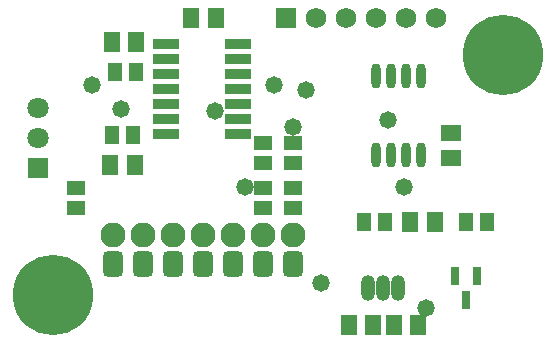
<source format=gts>
G04 Layer_Color=20142*
%FSLAX25Y25*%
%MOIN*%
G70*
G01*
G75*
G04:AMPARAMS|DCode=38|XSize=68mil|YSize=88mil|CornerRadius=19mil|HoleSize=0mil|Usage=FLASHONLY|Rotation=0.000|XOffset=0mil|YOffset=0mil|HoleType=Round|Shape=RoundedRectangle|*
%AMROUNDEDRECTD38*
21,1,0.06800,0.05000,0,0,0.0*
21,1,0.03000,0.08800,0,0,0.0*
1,1,0.03800,0.01500,-0.02500*
1,1,0.03800,-0.01500,-0.02500*
1,1,0.03800,-0.01500,0.02500*
1,1,0.03800,0.01500,0.02500*
%
%ADD38ROUNDEDRECTD38*%
%ADD39R,0.03162X0.05918*%
%ADD40R,0.05721X0.06902*%
%ADD41R,0.05131X0.05918*%
%ADD42R,0.05918X0.05131*%
%ADD43R,0.08800X0.03400*%
%ADD44O,0.03162X0.08280*%
%ADD45R,0.06902X0.05721*%
%ADD46C,0.08300*%
%ADD47O,0.04737X0.08674*%
%ADD48O,0.04737X0.08674*%
%ADD49R,0.07099X0.07099*%
%ADD50C,0.07099*%
%ADD51C,0.26784*%
%ADD52C,0.06800*%
%ADD53R,0.06800X0.06800*%
%ADD54C,0.05800*%
D38*
X100000Y30500D02*
D03*
X90000D02*
D03*
X80000D02*
D03*
X70000D02*
D03*
X40000D02*
D03*
X50000D02*
D03*
X60000D02*
D03*
D39*
X161240Y26634D02*
D03*
X153760D02*
D03*
X157500Y18366D02*
D03*
D40*
X147035Y44500D02*
D03*
X138965D02*
D03*
X118465Y10000D02*
D03*
X126535D02*
D03*
X74035Y112500D02*
D03*
X65965D02*
D03*
X141535Y10000D02*
D03*
X133465D02*
D03*
X38965Y63500D02*
D03*
X47035D02*
D03*
X39465Y104500D02*
D03*
X47535D02*
D03*
D41*
X123555Y44500D02*
D03*
X130445D02*
D03*
X157555D02*
D03*
X164445D02*
D03*
X39555Y73500D02*
D03*
X46445D02*
D03*
X40555Y94500D02*
D03*
X47445D02*
D03*
D42*
X100000Y70945D02*
D03*
Y64055D02*
D03*
Y55945D02*
D03*
Y49055D02*
D03*
X90000Y64055D02*
D03*
Y70945D02*
D03*
Y49055D02*
D03*
Y55945D02*
D03*
X27500Y49055D02*
D03*
Y55945D02*
D03*
D43*
X57400Y103800D02*
D03*
X81600D02*
D03*
X57400Y98800D02*
D03*
Y93800D02*
D03*
X81600Y98800D02*
D03*
Y93800D02*
D03*
X57400Y88800D02*
D03*
X81600D02*
D03*
X57400Y83800D02*
D03*
Y78800D02*
D03*
X81600Y83800D02*
D03*
Y78800D02*
D03*
X57400Y73800D02*
D03*
X81600D02*
D03*
D44*
X142500Y93189D02*
D03*
X137500D02*
D03*
X132500D02*
D03*
X127500D02*
D03*
X142500Y66811D02*
D03*
X137500D02*
D03*
X132500D02*
D03*
X127500D02*
D03*
D45*
X152500Y74035D02*
D03*
Y65965D02*
D03*
D46*
X100000Y40000D02*
D03*
X90000D02*
D03*
X80000D02*
D03*
X70000D02*
D03*
X40000D02*
D03*
X50000D02*
D03*
X60000D02*
D03*
D47*
X125000Y22500D02*
D03*
X135000D02*
D03*
D48*
X130000D02*
D03*
D49*
X15000Y62500D02*
D03*
D50*
Y72500D02*
D03*
Y82500D02*
D03*
D51*
X20000Y20000D02*
D03*
X170000Y100000D02*
D03*
D52*
X127500Y112500D02*
D03*
X107500D02*
D03*
X117500D02*
D03*
X137500D02*
D03*
X147500D02*
D03*
D53*
X97500D02*
D03*
D54*
X74000Y81400D02*
D03*
X100000Y76300D02*
D03*
X83900Y56000D02*
D03*
X137000D02*
D03*
X131500Y78500D02*
D03*
X104059Y88459D02*
D03*
X93600Y90000D02*
D03*
X32900D02*
D03*
X144200Y15900D02*
D03*
X109200Y24200D02*
D03*
X42500Y82000D02*
D03*
M02*

</source>
